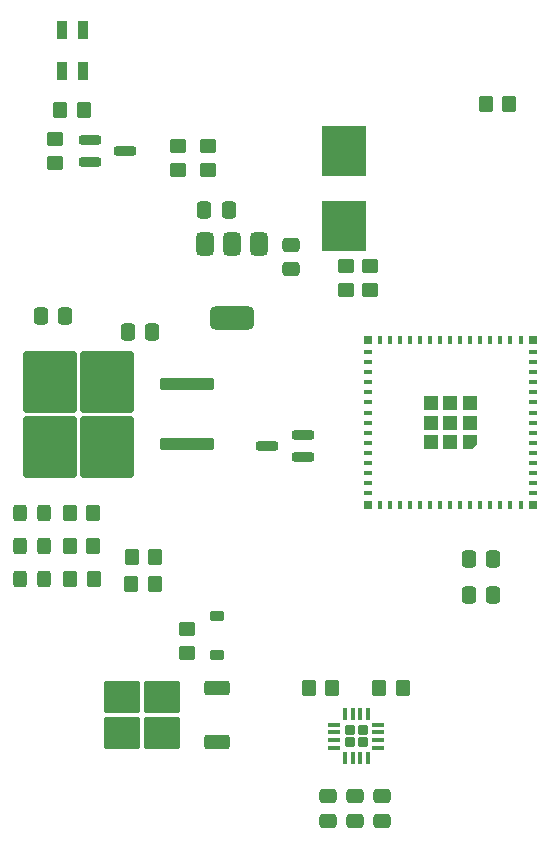
<source format=gbr>
%TF.GenerationSoftware,KiCad,Pcbnew,9.0.4*%
%TF.CreationDate,2025-08-24T10:42:23+02:00*%
%TF.ProjectId,pami_2026,70616d69-5f32-4303-9236-2e6b69636164,rev?*%
%TF.SameCoordinates,Original*%
%TF.FileFunction,Paste,Bot*%
%TF.FilePolarity,Positive*%
%FSLAX46Y46*%
G04 Gerber Fmt 4.6, Leading zero omitted, Abs format (unit mm)*
G04 Created by KiCad (PCBNEW 9.0.4) date 2025-08-24 10:42:23*
%MOMM*%
%LPD*%
G01*
G04 APERTURE LIST*
G04 Aperture macros list*
%AMRoundRect*
0 Rectangle with rounded corners*
0 $1 Rounding radius*
0 $2 $3 $4 $5 $6 $7 $8 $9 X,Y pos of 4 corners*
0 Add a 4 corners polygon primitive as box body*
4,1,4,$2,$3,$4,$5,$6,$7,$8,$9,$2,$3,0*
0 Add four circle primitives for the rounded corners*
1,1,$1+$1,$2,$3*
1,1,$1+$1,$4,$5*
1,1,$1+$1,$6,$7*
1,1,$1+$1,$8,$9*
0 Add four rect primitives between the rounded corners*
20,1,$1+$1,$2,$3,$4,$5,0*
20,1,$1+$1,$4,$5,$6,$7,0*
20,1,$1+$1,$6,$7,$8,$9,0*
20,1,$1+$1,$8,$9,$2,$3,0*%
%AMOutline5P*
0 Free polygon, 5 corners , with rotation*
0 The origin of the aperture is its center*
0 number of corners: always 5*
0 $1 to $10 corner X, Y*
0 $11 Rotation angle, in degrees counterclockwise*
0 create outline with 5 corners*
4,1,5,$1,$2,$3,$4,$5,$6,$7,$8,$9,$10,$1,$2,$11*%
%AMOutline6P*
0 Free polygon, 6 corners , with rotation*
0 The origin of the aperture is its center*
0 number of corners: always 6*
0 $1 to $12 corner X, Y*
0 $13 Rotation angle, in degrees counterclockwise*
0 create outline with 6 corners*
4,1,6,$1,$2,$3,$4,$5,$6,$7,$8,$9,$10,$11,$12,$1,$2,$13*%
%AMOutline7P*
0 Free polygon, 7 corners , with rotation*
0 The origin of the aperture is its center*
0 number of corners: always 7*
0 $1 to $14 corner X, Y*
0 $15 Rotation angle, in degrees counterclockwise*
0 create outline with 7 corners*
4,1,7,$1,$2,$3,$4,$5,$6,$7,$8,$9,$10,$11,$12,$13,$14,$1,$2,$15*%
%AMOutline8P*
0 Free polygon, 8 corners , with rotation*
0 The origin of the aperture is its center*
0 number of corners: always 8*
0 $1 to $16 corner X, Y*
0 $17 Rotation angle, in degrees counterclockwise*
0 create outline with 8 corners*
4,1,8,$1,$2,$3,$4,$5,$6,$7,$8,$9,$10,$11,$12,$13,$14,$15,$16,$1,$2,$17*%
G04 Aperture macros list end*
%ADD10R,0.800000X0.800000*%
%ADD11R,1.200000X1.200000*%
%ADD12Outline5P,-0.600000X0.600000X0.600000X0.600000X0.600000X-0.600000X-0.204000X-0.600000X-0.600000X-0.204000X90.000000*%
%ADD13R,0.800000X0.400000*%
%ADD14R,0.400000X0.800000*%
%ADD15RoundRect,0.250000X0.850000X0.350000X-0.850000X0.350000X-0.850000X-0.350000X0.850000X-0.350000X0*%
%ADD16RoundRect,0.250000X1.275000X1.125000X-1.275000X1.125000X-1.275000X-1.125000X1.275000X-1.125000X0*%
%ADD17RoundRect,0.250000X-0.450000X0.350000X-0.450000X-0.350000X0.450000X-0.350000X0.450000X0.350000X0*%
%ADD18RoundRect,0.250000X-0.337500X-0.475000X0.337500X-0.475000X0.337500X0.475000X-0.337500X0.475000X0*%
%ADD19RoundRect,0.250000X-0.350000X-0.450000X0.350000X-0.450000X0.350000X0.450000X-0.350000X0.450000X0*%
%ADD20RoundRect,0.250000X0.350000X0.450000X-0.350000X0.450000X-0.350000X-0.450000X0.350000X-0.450000X0*%
%ADD21RoundRect,0.250000X0.475000X-0.337500X0.475000X0.337500X-0.475000X0.337500X-0.475000X-0.337500X0*%
%ADD22RoundRect,0.250000X-0.475000X0.337500X-0.475000X-0.337500X0.475000X-0.337500X0.475000X0.337500X0*%
%ADD23R,3.810000X4.240000*%
%ADD24RoundRect,0.200000X-0.750000X-0.200000X0.750000X-0.200000X0.750000X0.200000X-0.750000X0.200000X0*%
%ADD25RoundRect,0.250000X0.450000X-0.350000X0.450000X0.350000X-0.450000X0.350000X-0.450000X-0.350000X0*%
%ADD26RoundRect,0.220000X-0.220000X0.220000X-0.220000X-0.220000X0.220000X-0.220000X0.220000X0.220000X0*%
%ADD27RoundRect,0.087500X-0.087500X0.425000X-0.087500X-0.425000X0.087500X-0.425000X0.087500X0.425000X0*%
%ADD28RoundRect,0.087500X-0.425000X0.087500X-0.425000X-0.087500X0.425000X-0.087500X0.425000X0.087500X0*%
%ADD29RoundRect,0.250000X0.337500X0.475000X-0.337500X0.475000X-0.337500X-0.475000X0.337500X-0.475000X0*%
%ADD30RoundRect,0.250000X-0.325000X-0.450000X0.325000X-0.450000X0.325000X0.450000X-0.325000X0.450000X0*%
%ADD31R,0.850000X1.600000*%
%ADD32RoundRect,0.200000X0.750000X0.200000X-0.750000X0.200000X-0.750000X-0.200000X0.750000X-0.200000X0*%
%ADD33RoundRect,0.250000X2.025000X2.375000X-2.025000X2.375000X-2.025000X-2.375000X2.025000X-2.375000X0*%
%ADD34RoundRect,0.250000X2.050000X0.300000X-2.050000X0.300000X-2.050000X-0.300000X2.050000X-0.300000X0*%
%ADD35RoundRect,0.375000X-0.375000X0.625000X-0.375000X-0.625000X0.375000X-0.625000X0.375000X0.625000X0*%
%ADD36RoundRect,0.500000X-1.400000X0.500000X-1.400000X-0.500000X1.400000X-0.500000X1.400000X0.500000X0*%
%ADD37RoundRect,0.225000X0.375000X-0.225000X0.375000X0.225000X-0.375000X0.225000X-0.375000X-0.225000X0*%
G04 APERTURE END LIST*
D10*
%TO.C,U2*%
X233000000Y-54000000D03*
X219000000Y-54000000D03*
X219000000Y-68000000D03*
X233000000Y-68000000D03*
D11*
X227650000Y-59350000D03*
X226000000Y-59350000D03*
X224350000Y-59350000D03*
X227650000Y-61000000D03*
X226000000Y-61000000D03*
X224350000Y-61000000D03*
D12*
X227650000Y-62650000D03*
D11*
X226000000Y-62650000D03*
X224350000Y-62650000D03*
D13*
X233000000Y-66950000D03*
X233000000Y-66100000D03*
X233000000Y-65250000D03*
X233000000Y-64400000D03*
X233000000Y-63550000D03*
X233000000Y-62700000D03*
X233000000Y-61850000D03*
X233000000Y-61000000D03*
X233000000Y-60150000D03*
X233000000Y-59300000D03*
X233000000Y-58450000D03*
X233000000Y-57600000D03*
X233000000Y-56750000D03*
X233000000Y-55900000D03*
X233000000Y-55050000D03*
D14*
X231950000Y-54000000D03*
X231100000Y-54000000D03*
X230250000Y-54000000D03*
X229400000Y-54000000D03*
X228550000Y-54000000D03*
X227700000Y-54000000D03*
X226850000Y-54000000D03*
X226000000Y-54000000D03*
X225150000Y-54000000D03*
X224300000Y-54000000D03*
X223450000Y-54000000D03*
X222600000Y-54000000D03*
X221750000Y-54000000D03*
X220900000Y-54000000D03*
X220050000Y-54000000D03*
D13*
X219000000Y-55050000D03*
X219000000Y-55900000D03*
X219000000Y-56750000D03*
X219000000Y-57600000D03*
X219000000Y-58450000D03*
X219000000Y-59300000D03*
X219000000Y-60150000D03*
X219000000Y-61000000D03*
X219000000Y-61850000D03*
X219000000Y-62700000D03*
X219000000Y-63550000D03*
X219000000Y-64400000D03*
X219000000Y-65250000D03*
X219000000Y-66100000D03*
X219000000Y-66950000D03*
D14*
X220050000Y-68000000D03*
X220900000Y-68000000D03*
X221750000Y-68000000D03*
X222600000Y-68000000D03*
X223450000Y-68000000D03*
X224300000Y-68000000D03*
X225150000Y-68000000D03*
X226000000Y-68000000D03*
X226850000Y-68000000D03*
X227700000Y-68000000D03*
X228550000Y-68000000D03*
X229400000Y-68000000D03*
X230250000Y-68000000D03*
X231100000Y-68000000D03*
X231950000Y-68000000D03*
%TD*%
D15*
%TO.C,Q1*%
X206222000Y-88006000D03*
X206222000Y-83446000D03*
D16*
X198247000Y-84201000D03*
X198247000Y-87251000D03*
X201597000Y-84201000D03*
X201597000Y-87251000D03*
%TD*%
D17*
%TO.C,R13*%
X205486000Y-37592000D03*
X205486000Y-39592000D03*
%TD*%
%TO.C,R12*%
X202946000Y-37608000D03*
X202946000Y-39608000D03*
%TD*%
D18*
%TO.C,C24*%
X227584000Y-75565000D03*
X229659000Y-75565000D03*
%TD*%
D19*
%TO.C,R8*%
X199041000Y-72390000D03*
X201041000Y-72390000D03*
%TD*%
D20*
%TO.C,R7*%
X201009000Y-74676000D03*
X199009000Y-74676000D03*
%TD*%
%TO.C,R6*%
X221996000Y-83439000D03*
X219996000Y-83439000D03*
%TD*%
D19*
%TO.C,R2*%
X214011000Y-83439000D03*
X216011000Y-83439000D03*
%TD*%
D21*
%TO.C,C3*%
X220235000Y-94725000D03*
X220235000Y-92650000D03*
%TD*%
D22*
%TO.C,C2*%
X217949000Y-92650000D03*
X217949000Y-94725000D03*
%TD*%
D21*
%TO.C,C1*%
X215663000Y-94725000D03*
X215663000Y-92650000D03*
%TD*%
D23*
%TO.C,F1*%
X217000000Y-38000000D03*
X217000000Y-44370000D03*
%TD*%
D24*
%TO.C,Q3*%
X198500000Y-38000000D03*
X195500000Y-38950000D03*
X195500000Y-37050000D03*
%TD*%
D25*
%TO.C,R4*%
X192500000Y-39000000D03*
X192500000Y-37000000D03*
%TD*%
D17*
%TO.C,R17*%
X219202000Y-47784000D03*
X219202000Y-49784000D03*
%TD*%
D26*
%TO.C,U1*%
X218584000Y-87016000D03*
X217534000Y-87016000D03*
X218584000Y-88066000D03*
X217534000Y-88066000D03*
D27*
X217084000Y-85678500D03*
X217734000Y-85678500D03*
X218384000Y-85678500D03*
X219034000Y-85678500D03*
D28*
X219921500Y-86566000D03*
X219921500Y-87216000D03*
X219921500Y-87866000D03*
X219921500Y-88516000D03*
D27*
X219034000Y-89403500D03*
X218384000Y-89403500D03*
X217734000Y-89403500D03*
X217084000Y-89403500D03*
D28*
X216196500Y-88516000D03*
X216196500Y-87866000D03*
X216196500Y-87216000D03*
X216196500Y-86566000D03*
%TD*%
D29*
%TO.C,C11*%
X200787000Y-53340000D03*
X198712000Y-53340000D03*
%TD*%
D22*
%TO.C,C9*%
X212518000Y-45947000D03*
X212518000Y-48022000D03*
%TD*%
D30*
%TO.C,D4*%
X191614000Y-74240000D03*
X189564000Y-74240000D03*
%TD*%
D17*
%TO.C,R16*%
X217202000Y-47784000D03*
X217202000Y-49784000D03*
%TD*%
D19*
%TO.C,R3*%
X193000000Y-34500000D03*
X195000000Y-34500000D03*
%TD*%
%TO.C,R11*%
X195802000Y-74240000D03*
X193802000Y-74240000D03*
%TD*%
D31*
%TO.C,D8*%
X193125000Y-27750000D03*
X194875000Y-27750000D03*
X194875000Y-31250000D03*
X193125000Y-31250000D03*
%TD*%
D19*
%TO.C,R1*%
X229000000Y-34000000D03*
X231000000Y-34000000D03*
%TD*%
D32*
%TO.C,Q2*%
X210500000Y-63000000D03*
X213500000Y-62050000D03*
X213500000Y-63950000D03*
%TD*%
D29*
%TO.C,C12*%
X193400000Y-52018000D03*
X191325000Y-52018000D03*
%TD*%
D33*
%TO.C,U4*%
X196977000Y-63081000D03*
X196977000Y-57531000D03*
X192127000Y-63081000D03*
X192127000Y-57531000D03*
D34*
X203702000Y-57766000D03*
X203702000Y-62846000D03*
%TD*%
D18*
%TO.C,C25*%
X227584000Y-72555000D03*
X229659000Y-72555000D03*
%TD*%
D30*
%TO.C,D2*%
X191614000Y-68652000D03*
X189564000Y-68652000D03*
%TD*%
D19*
%TO.C,R10*%
X195786000Y-71446000D03*
X193786000Y-71446000D03*
%TD*%
D30*
%TO.C,D3*%
X191614000Y-71446000D03*
X189564000Y-71446000D03*
%TD*%
D35*
%TO.C,U3*%
X205218000Y-45872000D03*
X207518000Y-45872000D03*
D36*
X207518000Y-52172000D03*
D35*
X209818000Y-45872000D03*
%TD*%
D29*
%TO.C,C10*%
X207264000Y-43022000D03*
X205189000Y-43022000D03*
%TD*%
D17*
%TO.C,R5*%
X203708000Y-78500000D03*
X203708000Y-80500000D03*
%TD*%
D19*
%TO.C,R9*%
X195786000Y-68652000D03*
X193786000Y-68652000D03*
%TD*%
D37*
%TO.C,D5*%
X206248000Y-80650000D03*
X206248000Y-77350000D03*
%TD*%
M02*

</source>
